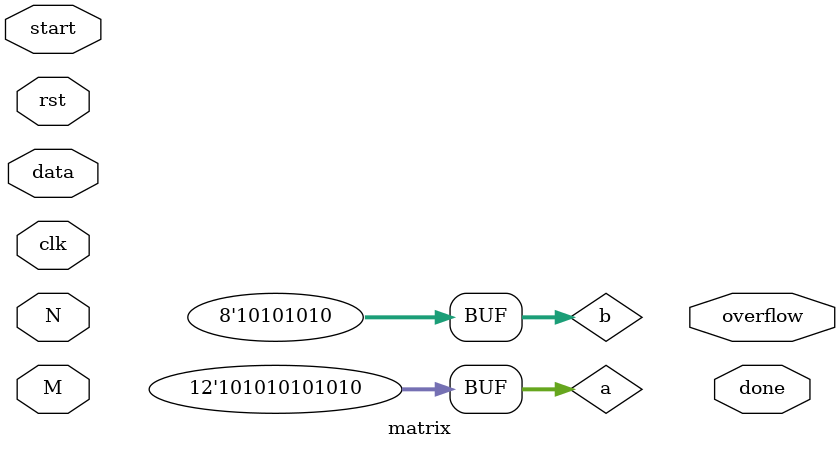
<source format=v>
module matrix(input clk,rst,start,N,M,data, output done,overflow);
	
	
	//reg [31:0] ram [0:1023]; //2 ^ 10 = 1024
	//parameter [M-1:0] mtxArr1 [0:N-1];
	//parameter [M-1:0] mtxArr1 [N-1:0];
	reg [11 : 0] a = {1'd11,1'd10,1'd9,1'd8,1'd7,1'd6,1'd5,1'd4,1'd3,1'd2,1'd1,1'd0};
	reg [ 7 : 0] b;
	initial begin
		b  = a [7:0];
	end
 
endmodule
</source>
